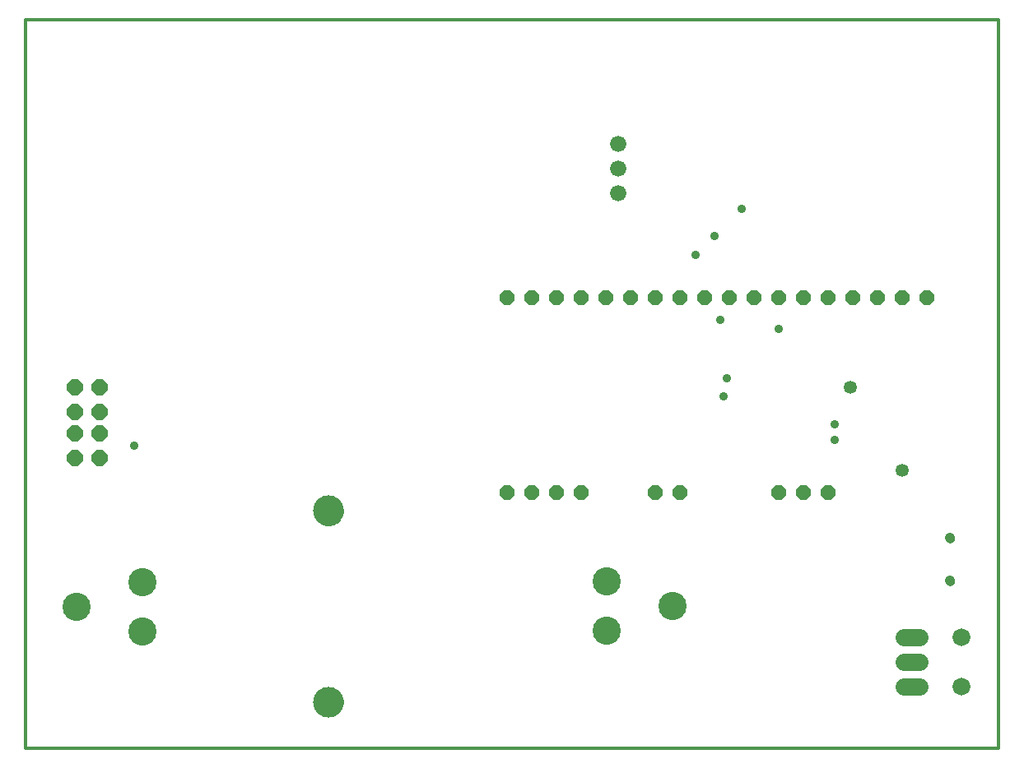
<source format=gbs>
G75*
G70*
%OFA0B0*%
%FSLAX24Y24*%
%IPPOS*%
%LPD*%
%AMOC8*
5,1,8,0,0,1.08239X$1,22.5*
%
%ADD10C,0.0120*%
%ADD11C,0.0000*%
%ADD12C,0.0414*%
%ADD13C,0.0660*%
%ADD14C,0.1140*%
%ADD15C,0.1241*%
%ADD16C,0.0710*%
%ADD17C,0.0720*%
%ADD18OC8,0.0591*%
%ADD19OC8,0.0651*%
%ADD20C,0.0350*%
%ADD21C,0.0532*%
D10*
X000624Y000160D02*
X000624Y029688D01*
X039994Y029688D01*
X039994Y000160D01*
X000624Y000160D01*
D11*
X012283Y002035D02*
X012285Y002083D01*
X012291Y002131D01*
X012301Y002178D01*
X012314Y002224D01*
X012332Y002269D01*
X012352Y002313D01*
X012377Y002355D01*
X012405Y002394D01*
X012435Y002431D01*
X012469Y002465D01*
X012506Y002497D01*
X012544Y002526D01*
X012585Y002551D01*
X012628Y002573D01*
X012673Y002591D01*
X012719Y002605D01*
X012766Y002616D01*
X012814Y002623D01*
X012862Y002626D01*
X012910Y002625D01*
X012958Y002620D01*
X013006Y002611D01*
X013052Y002599D01*
X013097Y002582D01*
X013141Y002562D01*
X013183Y002539D01*
X013223Y002512D01*
X013261Y002482D01*
X013296Y002449D01*
X013328Y002413D01*
X013358Y002375D01*
X013384Y002334D01*
X013406Y002291D01*
X013426Y002247D01*
X013441Y002202D01*
X013453Y002155D01*
X013461Y002107D01*
X013465Y002059D01*
X013465Y002011D01*
X013461Y001963D01*
X013453Y001915D01*
X013441Y001868D01*
X013426Y001823D01*
X013406Y001779D01*
X013384Y001736D01*
X013358Y001695D01*
X013328Y001657D01*
X013296Y001621D01*
X013261Y001588D01*
X013223Y001558D01*
X013183Y001531D01*
X013141Y001508D01*
X013097Y001488D01*
X013052Y001471D01*
X013006Y001459D01*
X012958Y001450D01*
X012910Y001445D01*
X012862Y001444D01*
X012814Y001447D01*
X012766Y001454D01*
X012719Y001465D01*
X012673Y001479D01*
X012628Y001497D01*
X012585Y001519D01*
X012544Y001544D01*
X012506Y001573D01*
X012469Y001605D01*
X012435Y001639D01*
X012405Y001676D01*
X012377Y001715D01*
X012352Y001757D01*
X012332Y001801D01*
X012314Y001846D01*
X012301Y001892D01*
X012291Y001939D01*
X012285Y001987D01*
X012283Y002035D01*
X012283Y009785D02*
X012285Y009833D01*
X012291Y009881D01*
X012301Y009928D01*
X012314Y009974D01*
X012332Y010019D01*
X012352Y010063D01*
X012377Y010105D01*
X012405Y010144D01*
X012435Y010181D01*
X012469Y010215D01*
X012506Y010247D01*
X012544Y010276D01*
X012585Y010301D01*
X012628Y010323D01*
X012673Y010341D01*
X012719Y010355D01*
X012766Y010366D01*
X012814Y010373D01*
X012862Y010376D01*
X012910Y010375D01*
X012958Y010370D01*
X013006Y010361D01*
X013052Y010349D01*
X013097Y010332D01*
X013141Y010312D01*
X013183Y010289D01*
X013223Y010262D01*
X013261Y010232D01*
X013296Y010199D01*
X013328Y010163D01*
X013358Y010125D01*
X013384Y010084D01*
X013406Y010041D01*
X013426Y009997D01*
X013441Y009952D01*
X013453Y009905D01*
X013461Y009857D01*
X013465Y009809D01*
X013465Y009761D01*
X013461Y009713D01*
X013453Y009665D01*
X013441Y009618D01*
X013426Y009573D01*
X013406Y009529D01*
X013384Y009486D01*
X013358Y009445D01*
X013328Y009407D01*
X013296Y009371D01*
X013261Y009338D01*
X013223Y009308D01*
X013183Y009281D01*
X013141Y009258D01*
X013097Y009238D01*
X013052Y009221D01*
X013006Y009209D01*
X012958Y009200D01*
X012910Y009195D01*
X012862Y009194D01*
X012814Y009197D01*
X012766Y009204D01*
X012719Y009215D01*
X012673Y009229D01*
X012628Y009247D01*
X012585Y009269D01*
X012544Y009294D01*
X012506Y009323D01*
X012469Y009355D01*
X012435Y009389D01*
X012405Y009426D01*
X012377Y009465D01*
X012352Y009507D01*
X012332Y009551D01*
X012314Y009596D01*
X012301Y009642D01*
X012291Y009689D01*
X012285Y009737D01*
X012283Y009785D01*
X037862Y008676D02*
X037864Y008702D01*
X037870Y008728D01*
X037880Y008753D01*
X037893Y008776D01*
X037909Y008796D01*
X037929Y008814D01*
X037951Y008829D01*
X037974Y008841D01*
X038000Y008849D01*
X038026Y008853D01*
X038052Y008853D01*
X038078Y008849D01*
X038104Y008841D01*
X038128Y008829D01*
X038149Y008814D01*
X038169Y008796D01*
X038185Y008776D01*
X038198Y008753D01*
X038208Y008728D01*
X038214Y008702D01*
X038216Y008676D01*
X038214Y008650D01*
X038208Y008624D01*
X038198Y008599D01*
X038185Y008576D01*
X038169Y008556D01*
X038149Y008538D01*
X038127Y008523D01*
X038104Y008511D01*
X038078Y008503D01*
X038052Y008499D01*
X038026Y008499D01*
X038000Y008503D01*
X037974Y008511D01*
X037950Y008523D01*
X037929Y008538D01*
X037909Y008556D01*
X037893Y008576D01*
X037880Y008599D01*
X037870Y008624D01*
X037864Y008650D01*
X037862Y008676D01*
X037862Y006944D02*
X037864Y006970D01*
X037870Y006996D01*
X037880Y007021D01*
X037893Y007044D01*
X037909Y007064D01*
X037929Y007082D01*
X037951Y007097D01*
X037974Y007109D01*
X038000Y007117D01*
X038026Y007121D01*
X038052Y007121D01*
X038078Y007117D01*
X038104Y007109D01*
X038128Y007097D01*
X038149Y007082D01*
X038169Y007064D01*
X038185Y007044D01*
X038198Y007021D01*
X038208Y006996D01*
X038214Y006970D01*
X038216Y006944D01*
X038214Y006918D01*
X038208Y006892D01*
X038198Y006867D01*
X038185Y006844D01*
X038169Y006824D01*
X038149Y006806D01*
X038127Y006791D01*
X038104Y006779D01*
X038078Y006771D01*
X038052Y006767D01*
X038026Y006767D01*
X038000Y006771D01*
X037974Y006779D01*
X037950Y006791D01*
X037929Y006806D01*
X037909Y006824D01*
X037893Y006844D01*
X037880Y006867D01*
X037870Y006892D01*
X037864Y006918D01*
X037862Y006944D01*
D12*
X038039Y006944D03*
X038039Y008676D03*
D13*
X024624Y022660D03*
X024624Y023660D03*
X024624Y024660D03*
D14*
X024151Y006914D03*
X026807Y005914D03*
X024151Y004914D03*
X005347Y004906D03*
X002691Y005906D03*
X005347Y006906D03*
D15*
X012874Y009785D03*
X012874Y002035D03*
D16*
X036174Y002660D02*
X036824Y002660D01*
X036824Y003660D02*
X036174Y003660D01*
X036174Y004660D02*
X036824Y004660D01*
D17*
X038499Y004660D03*
X038499Y002660D03*
D18*
X033124Y010535D03*
X032124Y010535D03*
X031124Y010535D03*
X027124Y010535D03*
X026124Y010535D03*
X023124Y010535D03*
X022124Y010535D03*
X021124Y010535D03*
X020124Y010535D03*
X020124Y018410D03*
X021124Y018410D03*
X022124Y018410D03*
X023124Y018410D03*
X024124Y018410D03*
X025124Y018410D03*
X026124Y018410D03*
X027124Y018410D03*
X028124Y018410D03*
X029124Y018410D03*
X030124Y018410D03*
X031124Y018410D03*
X032124Y018410D03*
X033124Y018410D03*
X034124Y018410D03*
X035124Y018410D03*
X036124Y018410D03*
X037124Y018410D03*
D19*
X003624Y014785D03*
X002624Y014785D03*
X002624Y013785D03*
X002624Y012910D03*
X003624Y012910D03*
X003624Y013785D03*
X003624Y011910D03*
X002624Y011910D03*
D20*
X004999Y012410D03*
X027749Y020160D03*
X028499Y020910D03*
X029624Y022035D03*
X028749Y017535D03*
X031124Y017160D03*
X028999Y015160D03*
X028874Y014410D03*
X033374Y013285D03*
X033374Y012660D03*
D21*
X036124Y011410D03*
X033999Y014785D03*
M02*

</source>
